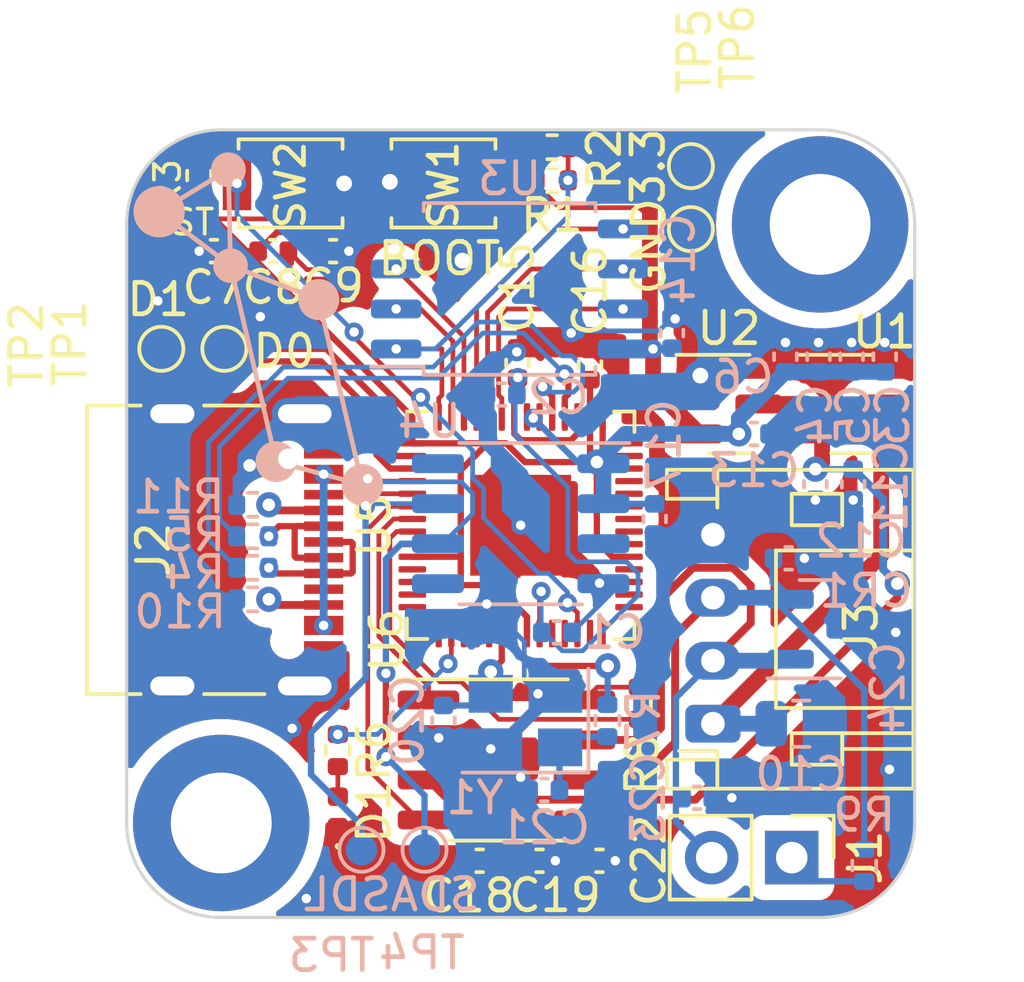
<source format=kicad_pcb>
(kicad_pcb (version 20221018) (generator pcbnew)
  (layers (0 "F.Cu" signal) (31 "B.Cu" signal) (34 "B.Paste" user) (35 "F.Paste" user) (36 "B.SilkS" user "B.Silkscreen") (37 "F.SilkS" user "F.Silkscreen") (38 "B.Mask" user) (39 "F.Mask" user) (44 "Edge.Cuts" user))
  (net 0 "")
  (net 1 "+3.3V")
  (net 2 "+1V1")
  (net 3 "+24V")
  (net 4 "+5V")
  (net 5 "Net-(D1-A)")
  (net 6 "VBUS")
  (net 7 "/USB_D+")
  (net 8 "/USB_D-")
  (net 9 "/LED")
  (net 10 "/RUN")
  (net 11 "/~{USB_BOOT}")
  (net 12 "/QSPI_SS")
  (net 13 "/CAN_S")
  (net 14 "/SCL")
  (net 15 "/SDA")
  (net 16 "/CAN_RX")
  (net 17 "/CAN_TX")
  (net 18 "/QSPI_SD3")
  (net 19 "/QSPI_SCK")
  (net 20 "/QSPI_SD0")
  (net 21 "/QSPI_SD2")
  (net 22 "/QSPI_SD1")
  (net 23 "GND")
  (net 24 "Net-(J2-CC1)")
  (net 26 "Net-(J2-CC2)")
  (net 28 "Net-(U5-XIN)")
  (net 29 "Net-(C21-Pad2)")
  (net 30 "Net-(U6-VREF)")
  (net 31 "/CAN_H")
  (net 32 "/CAN_L")
  (net 33 "Net-(J1-Pin_1)")
  (net 34 "Net-(U5-USB_DP)")
  (net 35 "Net-(U5-USB_DM)")
  (net 36 "Net-(U5-XOUT)")
  (net 37 "Net-(U6-S)")
  (net 38 "Net-(U5-GPIO0)")
  (net 39 "Net-(U5-GPIO1)")
  (footprint "TestPoint:TestPoint_Pad_D1.0mm" (layer "F.Cu") (at 37.9 23.15)
    (fp_text reference "TP6")
    (fp_text value "GND")
  )
  (footprint "Resistor_SMD:R_0402_1005Metric" (layer "F.Cu") (at 26.7 39.7 90)
    (fp_text reference "R6")
    (fp_text value "10k")
  )
  (footprint "Resistor_SMD:R_0402_1005Metric" (layer "F.Cu") (at 22.3 21.45 90)
    (fp_text reference "R3")
    (fp_text value "10k")
  )
  (footprint "Button_Switch_SMD:SW_SPST_B3U-1000P" (layer "F.Cu") (at 25.2 21.7 180)
    (fp_text reference "SW2")
    (fp_text value "RESET")
  )
  (footprint "Package_DFN_QFN:QFN-56-1EP_7x7mm_P0.4mm_EP3.2x3.2mm" (layer "F.Cu") (at 32.5 32.55)
    (fp_text reference "U5")
    (fp_text value "RP2040")
  )
  (footprint "Resistor_SMD:R_0402_1005Metric" (layer "F.Cu") (at 36.25 38.2 -90)
    (fp_text reference "R8")
    (fp_text value "NC")
  )
  (footprint "Package_SO:SOIC-8_3.9x4.9mm_P1.27mm" (layer "F.Cu") (at 32.05 40)
    (fp_text reference "U6")
    (fp_text value "SN65HVD1050D")
  )
  (footprint "Capacitor_SMD:C_0402_1005Metric" (layer "F.Cu") (at 32.4 27.4 -90)
    (fp_text reference "C15")
    (fp_text value "1u")
  )
  (footprint "Capacitor_SMD:C_0402_1005Metric" (layer "F.Cu") (at 31.2 43.2)
    (fp_text reference "C18")
    (fp_text value "1u")
  )
  (footprint "Package_TO_SOT_SMD:SOT-23" (layer "F.Cu") (at 43 28.7)
    (fp_text reference "U1")
    (fp_text value "SE8650X2-HF")
  )
  (footprint "Package_TO_SOT_SMD:SOT-23" (layer "F.Cu") (at 39.1125 28.7)
    (fp_text reference "U2")
    (fp_text value "XC6206P332MR")
  )
  (footprint "Connector_JST:JST_PH_S4B-PH-K_1x04_P2.00mm_Horizontal" (layer "F.Cu") (at 38.6 38.85 90)
    (fp_text reference "J3")
    (fp_text value "JST PH 01x04")
  )
  (footprint "Capacitor_SMD:C_0402_1005Metric" (layer "F.Cu") (at 22.77 23.85)
    (fp_text reference "C7")
    (fp_text value "100n")
  )
  (footprint "TestPoint:TestPoint_Pad_D1.0mm" (layer "F.Cu") (at 37.9 21.15)
    (fp_text reference "TP5")
    (fp_text value "3.3V")
  )
  (footprint "Button_Switch_SMD:SW_SPST_B3U-1000P" (layer "F.Cu") (at 30.05 21.7)
    (fp_text reference "SW1")
    (fp_text value "BOOT")
  )
  (footprint "Resistor_SMD:R_0402_1005Metric" (layer "F.Cu") (at 33.5 20.55)
    (fp_text reference "R2")
    (fp_text value "1K")
  )
  (footprint "MountingHole:MountingHole_3.2mm_M3_DIN965_Pad" (layer "F.Cu") (at 42 23)
    (fp_text reference "H2")
    (fp_text value "MountingHole")
  )
  (footprint "Capacitor_SMD:C_0402_1005Metric" (layer "F.Cu") (at 33.1 43.2 180)
    (fp_text reference "C19")
    (fp_text value "100n")
  )
  (footprint "Capacitor_SMD:C_0402_1005Metric" (layer "F.Cu") (at 26.55 23.85 180)
    (fp_text reference "C9")
    (fp_text value "100n")
  )
  (footprint "Connector_USB:USB_C_Receptacle_G-Switch_GT-USB-7010ASV" (layer "F.Cu") (at 22.525 33.33 -90)
    (fp_text reference "J2")
    (fp_text value "USB C Receptacle")
  )
  (footprint "MountingHole:MountingHole_3.2mm_M3_DIN965_Pad" (layer "F.Cu") (at 23 42)
    (fp_text reference "H1")
    (fp_text value "MountingHole")
  )
  (footprint "Capacitor_SMD:C_0402_1005Metric" (layer "F.Cu") (at 24.65 23.85 180)
    (fp_text reference "C8")
    (fp_text value "100n")
  )
  (footprint "LED_SMD:LED_0402_1005Metric" (layer "F.Cu") (at 26.7 41.65 90)
    (fp_text reference "D1")
    (fp_text value "LED")
  )
  (footprint "TestPoint:TestPoint_Pad_D1.0mm" (layer "F.Cu") (at 23.1 26.95)
    (fp_text reference "TP1")
    (fp_text value "D0")
  )
  (footprint "TestPoint:TestPoint_Pad_D1.0mm" (layer "F.Cu") (at 21.1 26.95)
    (fp_text reference "TP2")
    (fp_text value "D1")
  )
  (footprint "Capacitor_SMD:C_0402_1005Metric" (layer "F.Cu") (at 34.7 27.45 90)
    (fp_text reference "C16")
    (fp_text value "1u")
  )
  (footprint "Connector_PinHeader_2.54mm:PinHeader_1x02_P2.54mm_Vertical" (layer "F.Cu") (at 41.1 43.1 -90)
    (fp_text reference "J1")
    (fp_text value "120TR")
  )
  (footprint "Capacitor_SMD:C_0402_1005Metric" (layer "F.Cu") (at 35 43.2)
    (fp_text reference "C22")
    (fp_text value "100n")
  )
  (footprint "Resistor_SMD:R_0402_1005Metric" (layer "F.Cu") (at 33.5 21.6 180)
    (fp_text reference "R1")
    (fp_text value "10K")
  )
  (footprint "Capacitor_SMD:C_0402_1005Metric" (layer "B.Cu") (at 30.05 38.75 90)
    (fp_text reference "C20")
    (fp_text value "22p")
  )
  (footprint "Capacitor_SMD:C_0402_1005Metric" (layer "B.Cu") (at 33.25 40.95)
    (fp_text reference "C21")
    (fp_text value "22p")
  )
  (footprint "Capacitor_SMD:C_0402_1005Metric" (layer "B.Cu") (at 31.9 28.4)
    (fp_text reference "C2")
    (fp_text value "100n")
  )
  (footprint "Resistor_SMD:R_0402_1005Metric" (layer "B.Cu") (at 24 34.9 180)
    (fp_text reference "R10")
    (fp_text value "5.1k")
  )
  (footprint "Resistor_SMD:R_0402_1005Metric" (layer "B.Cu") (at 24 32.9)
    (fp_text reference "R5")
    (fp_text value "27.4")
  )
  (footprint "Capacitor_SMD:C_0402_1005Metric" (layer "B.Cu") (at 41 33.6)
    (fp_text reference "C24")
    (fp_text value "47p")
  )
  (footprint "Capacitor_SMD:C_0805_2012Metric" (layer "B.Cu") (at 41.4 38.85 180)
    (fp_text reference "C10")
    (fp_text value "1u/100V")
  )
  (footprint "Resistor_SMD:R_0402_1005Metric" (layer "B.Cu") (at 35.25 38.75 90)
    (fp_text reference "R7")
    (fp_text value "1k")
  )
  (footprint "Capacitor_SMD:C_0402_1005Metric" (layer "B.Cu") (at 44.05 27.2 -90)
    (fp_text reference "C3")
    (fp_text value "100n")
  )
  (footprint "Resistor_SMD:R_0402_1005Metric" (layer "B.Cu") (at 43.4 43.35 90)
    (fp_text reference "R9")
    (fp_text value "120")
  )
  (footprint "Package_SO:SOIC-8_5.23x5.23mm_P1.27mm" (layer "B.Cu") (at 32.15 25.05)
    (fp_text reference "U3")
    (fp_text value "W25Q128JVS")
  )
  (footprint "Package_SO:SOP-8_3.9x4.9mm_P1.27mm" (layer "B.Cu") (at 32.5 32.5 180)
    (fp_text reference "U4")
    (fp_text value "MT6701-CT")
  )
  (footprint "TestPoint:TestPoint_Pad_D1.0mm" (layer "B.Cu") (at 29.45 42.85)
    (fp_text reference "TP4")
    (fp_text value "SDA")
  )
  (footprint "Capacitor_SMD:C_0402_1005Metric" (layer "B.Cu") (at 38.1 41.2)
    (fp_text reference "C23")
    (fp_text value "47p")
  )
  (footprint "Capacitor_SMD:C_0402_1005Metric" (layer "B.Cu") (at 41.95 27.2 -90)
    (fp_text reference "C4")
    (fp_text value "100n")
  )
  (footprint "Capacitor_SMD:C_0402_1005Metric" (layer "B.Cu") (at 33.65 35.95 180)
    (fp_text reference "C1")
    (fp_text value "100n")
  )
  (footprint "Resistor_SMD:R_0402_1005Metric" (layer "B.Cu") (at 24 31.9 180)
    (fp_text reference "R11")
    (fp_text value "5.1k")
  )
  (footprint "TestPoint:TestPoint_Pad_D1.0mm" (layer "B.Cu") (at 27.45 42.85)
    (fp_text reference "TP3")
    (fp_text value "SCL")
  )
  (footprint "Crystal:Crystal_SMD_3225-4Pin_3.2x2.5mm" (layer "B.Cu") (at 32.65 38.75 180)
    (fp_text reference "Y1")
    (fp_text value "12MHz/12pF/50Ω/20ppm")
  )
  (footprint "Capacitor_SMD:C_0402_1005Metric" (layer "B.Cu") (at 37.3 26.45 90)
    (fp_text reference "C14")
    (fp_text value "100n")
  )
  (footprint "Package_TO_SOT_SMD:SOT-23" (layer "B.Cu") (at 42 35.85)
    (fp_text reference "CR1")
    (fp_text value "PESD1CAN_215")
  )
  (footprint "Capacitor_SMD:C_0402_1005Metric" (layer "B.Cu") (at 43 27.2 -90)
    (fp_text reference "C5")
    (fp_text value "100n")
  )
  (footprint "Capacitor_SMD:C_0402_1005Metric" (layer "B.Cu") (at 39.9 29.65)
    (fp_text reference "C13")
    (fp_text value "1u")
  )
  (footprint "Capacitor_SMD:C_0402_1005Metric" (layer "B.Cu") (at 41.85 31.25 -90)
    (fp_text reference "C12")
    (fp_text value "1u")
  )
  (footprint "Capacitor_SMD:C_0402_1005Metric" (layer "B.Cu") (at 43.05 31.25 -90)
    (fp_text reference "C11")
    (fp_text value "1u")
  )
  (footprint "Capacitor_SMD:C_0402_1005Metric" (layer "B.Cu") (at 40.9 27.2 -90)
    (fp_text reference "C6")
    (fp_text value "100n")
  )
  (footprint "Resistor_SMD:R_0402_1005Metric" (layer "B.Cu") (at 24 33.9 180)
    (fp_text reference "R4")
    (fp_text value "27.4")
  )
  (footprint "Capacitor_SMD:C_0402_1005Metric" (layer "B.Cu") (at 36.75 32.35 -90)
    (fp_text reference "C17")
    (fp_text value "100n")
  )
  (gr_line (start 23.295218 24.309472) (end 23.228181 21.265587) (stroke (width 0.15)) (layer "B.SilkS"))
  (gr_circle (center 27.47538 31.265587) (end 26.89104 31.265587) (stroke (width 0.15)) (fill solid) (layer "B.SilkS"))
  (gr_circle (center 21.03 22.6) (end 20.291489 22.6) (stroke (width 0.15)) (fill solid) (layer "B.SilkS"))
  (gr_line (start 26.093049 25.386468) (end 23.295218 24.309472) (stroke (width 0.15)) (layer "B.SilkS"))
  (gr_circle (center 23.228181 21.265587) (end 22.751469 21.265587) (stroke (width 0.15)) (fill solid) (layer "B.SilkS"))
  (gr_line (start 21.03 22.6) (end 23.295218 24.309472) (stroke (width 0.15)) (layer "B.SilkS"))
  (gr_line (start 24.740241 30.530827) (end 27.47538 31.265587) (stroke (width 0.15)) (layer "B.SilkS"))
  (gr_line (start 26.093049 25.386468) (end 27.47538 31.265587) (stroke (width 0.15)) (layer "B.SilkS"))
  (gr_circle (center 26.093049 25.386468) (end 25.516219 25.386468) (stroke (width 0.15)) (fill solid) (layer "B.SilkS"))
  (gr_circle (center 23.295218 24.309472) (end 22.82191 24.309472) (stroke (width 0.15)) (fill solid) (layer "B.SilkS"))
  (gr_line (start 24.740241 30.530827) (end 23.295218 24.309472) (stroke (width 0.15)) (layer "B.SilkS"))
  (gr_line (start 23.228181 21.265587) (end 21.03 22.6) (stroke (width 0.15)) (layer "B.SilkS"))
  (gr_circle (center 24.740241 30.530827) (end 24.166937 30.530827) (stroke (width 0.15)) (fill solid) (layer "B.SilkS"))
  (gr_line (start 45 42) (end 45 23) (stroke (width 0.1)) (layer "Edge.Cuts"))
  (gr_arc (start 42 20) (mid 44.12132 20.87868) (end 45 23) (stroke (width 0.1)) (layer "Edge.Cuts"))
  (gr_line (start 42 20) (end 23 20) (stroke (width 0.1)) (layer "Edge.Cuts"))
  (gr_line (start 23 45) (end 42 45) (stroke (width 0.1)) (layer "Edge.Cuts"))
  (gr_arc (start 20 23) (mid 20.87868 20.87868) (end 23 20) (stroke (width 0.1)) (layer "Edge.Cuts"))
  (gr_line (start 20 23) (end 20 42) (stroke (width 0.1)) (layer "Edge.Cuts"))
  (gr_arc (start 45 42) (mid 44.12132 44.12132) (end 42 45) (stroke (width 0.1)) (layer "Edge.Cuts"))
  (gr_arc (start 23 45) (mid 20.87868 44.12132) (end 20 42) (stroke (width 0.1)) (layer "Edge.Cuts"))
  (gr_text "SDASDL" (at 28.41 44.86) (layer "B.SilkS") (effects (font (size 1 1)) (justify bottom mirror)))
  (gr_text "GND" (at 37.16 25.32 90) (layer "F.SilkS") (effects (font (size 1 1)) (justify left bottom)))
  (gr_text "D1\n" (at 21 25.97) (layer "F.SilkS") (effects (font (size 1 1)) (justify bottom)))
  (gr_text "D0" (at 25 27.61) (layer "F.SilkS") (effects (font (size 1 1)) (justify bottom)))
  (gr_text "3.3\n" (at 37.13 22.44 90) (layer "F.SilkS") (effects (font (size 1 1)) (justify left bottom)))
  (gr_text "BOOT\n" (at 29.92 24.67) (layer "F.SilkS") (effects (font (size 1 1)) (justify bottom)))
  (gr_text "RST" (at 20.53 23.4) (layer "F.SilkS") (effects (font (size 0.8 0.8) (thickness 0.12)) (justify left bottom)))
  (segment (start 32.99 21.727315) (end 33.732685 22.47) (width 0.15) (layer "F.Cu") (net 1))
  (segment (start 32.7 29.1125) (end 32.8625 29.1125) (width 0.2) (layer "F.Cu") (net 1))
  (segment (start 36.7 28.175) (end 38.175 29.65) (width 0.5) (layer "F.Cu") (net 1))
  (segment (start 30.6 30.8) (end 31.45 29.95) (width 0.2) (layer "F.Cu") (net 1))
  (segment (start 23.25 23.85) (end 23.8 23.85) (width 0.2) (layer "F.Cu") (net 1))
  (segment (start 36.7 26.955) (end 36.7 28.175) (width 0.5) (layer "F.Cu") (net 1))
  (segment (start 36.6 26.855) (end 36.7 26.955) (width 0.5) (layer "F.Cu") (net 1))
  (segment (start 29.0625 33.55) (end 30.6 33.55) (width 0.2) (layer "F.Cu") (net 1))
  (segment (start 34.7 30.327967) (end 34.916849 30.544816) (width 0.2) (layer "F.Cu") (net 1))
  (segment (start 32.8625 29.1125) (end 32.9 29.15) (width 0.2) (layer "F.Cu") (net 1))
  (segment (start 25.46 23.24) (end 24.78 23.24) (width 0.2) (layer "F.Cu") (net 1))
  (segment (start 32.039339 29.95) (end 32.634155 30.544816) (width 0.2) (layer "F.Cu") (net 1))
  (segment (start 22.3 21.96) (end 22.3 22.35) (width 0.2) (layer "F.Cu") (net 1))
  (segment (start 32.99 22.31) (end 32.99 21.6) (width 0.15) (layer "F.Cu") (net 1))
  (segment (start 23.85 23.9) (end 22.3 22.35) (width 0.2) (layer "F.Cu") (net 1))
  (segment (start 29.0625 29.1125) (end 23.85 23.9) (width 0.2) (layer "F.Cu") (net 1))
  (segment (start 24.78 23.24) (end 24.17 23.85) (width 0.2) (layer "F.Cu") (net 1))
  (segment (start 32.9 29.15) (end 32.9375 29.1125) (width 0.2) (layer "F.Cu") (net 1))
  (segment (start 38.175 29.65) (end 39.42 29.65) (width 0.5) (layer "F.Cu") (net 1))
  (segment (start 35.405025 33.55) (end 34.916849 33.061824) (width 0.2) (layer "F.Cu") (net 1))
  (segment (start 35.1 29.1125) (end 35.1 30.361665) (width 0.2) (layer "F.Cu") (net 1))
  (segment (start 24.17 23.85) (end 23.9 23.85) (width 0.2) (layer "F.Cu") (net 1))
  (segment (start 30.6 34.45) (end 30.6 33.55) (width 0.2) (layer "F.Cu") (net 1))
  (segment (start 33.732685 22.47) (end 36.277082 22.47) (width 0.15) (layer "F.Cu") (net 1))
  (segment (start 32.475 22.825) (end 32.99 22.31) (width 0.15) (layer "F.Cu") (net 1))
  (segment (start 36.6 22.45) (end 36.6 26.105) (width 0.5) (layer "F.Cu") (net 1))
  (segment (start 22.3 22.35) (end 22.775 22.825) (width 0.15) (layer "F.Cu") (net 1))
  (segment (start 29.0625 29.95) (end 29.0625 29.1125) (width 0.2) (layer "F.Cu") (net 1))
  (segment (start 35.405025 29.95) (end 34.916849 30.438176) (width 0.2) (layer "F.Cu") (net 1))
  (segment (start 36.6 26.105) (end 36.6 26.855) (width 0.5) (layer "F.Cu") (net 1))
  (segment (start 35.1 30.361665) (end 34.916849 30.544816) (width 0.2) (layer "F.Cu") (net 1))
  (segment (start 31.45 29.95) (end 32.039339 29.95) (width 0.2) (layer "F.Cu") (net 1))
  (segment (start 36.6 22.792918) (end 36.6 26.105) (width 0.15) (layer "F.Cu") (net 1))
  (segment (start 30.6 33.55) (end 30.6 30.8) (width 0.2) (layer "F.Cu") (net 1))
  (segment (start 32.9375 29.1125) (end 33.1 29.1125) (width 0.2) (layer "F.Cu") (net 1))
  (segment (start 32.7 35.9875) (end 32.7 35.455025) (width 0.2) (layer "F.Cu") (net 1))
  (segment (start 26.07 23.85) (end 25.46 23.24) (width 0.2) (layer "F.Cu") (net 1))
  (segment (start 36.277082 22.47) (end 36.6 22.792918) (width 0.15) (layer "F.Cu") (net 1))
  (segment (start 31.694975 34.45) (end 30.6 34.45) (width 0.2) (layer "F.Cu") (net 1))
  (segment (start 34.7 29.1125) (end 34.7 27.93) (width 0.2) (layer "F.Cu") (net 1))
  (segment (start 35.9375 29.95) (end 35.405025 29.95) (width 0.2) (layer "F.Cu") (net 1))
  (segment (start 32.7 35.455025) (end 31.694975 34.45) (width 0.2) (layer "F.Cu") (net 1))
  (segment (start 23.8 23.85) (end 23.85 23.9) (width 0.2) (layer "F.Cu") (net 1))
  (segment (start 37.9 21.15) (end 36.6 22.45) (width 0.5) (layer "F.Cu") (net 1))
  (segment (start 29.0625 29.95) (end 32.039339 29.95) (width 0.2) (layer "F.Cu") (net 1))
  (segment (start 22.775 22.825) (end 32.475 22.825) (width 0.15) (layer "F.Cu") (net 1))
  (segment (start 34.916849 30.438176) (end 34.916849 30.544816) (width 0.2) (layer "F.Cu") (net 1))
  (segment (start 34.7 29.1125) (end 34.7 30.327967) (width 0.2) (layer "F.Cu") (net 1))
  (segment (start 23.9 23.85) (end 23.85 23.9) (width 0.2) (layer "F.Cu") (net 1))
  (segment (start 35.9375 33.55) (end 35.405025 33.55) (width 0.2) (layer "F.Cu") (net 1))
  (segment (start 32.99 21.6) (end 32.99 21.727315) (width 0.15) (layer "F.Cu") (net 1))
  (segment (start 34.916849 33.061824) (end 34.916849 30.544816) (width 0.2) (layer "F.Cu") (net 1))
  (segment (start 32.634155 30.544816) (end 34.916849 30.544816) (width 0.2) (layer "F.Cu") (net 1))
  (via (at 36.7 26.955) (size 0.6) (drill 0.3) (layers "F.Cu" "B.Cu") (net 1))
  (via (at 32.9 29.15) (size 0.6) (drill 0.3) (layers "F.Cu" "B.Cu") (net 1))
  (via (at 39.42 29.65) (size 0.8) (drill 0.4) (layers "F.Cu" "B.Cu") (net 1))
  (via (at 34.916849 30.544816) (size 0.8) (drill 0.4) (layers "F.Cu" "B.Cu") (net 1))
  (segment (start 39.42 29.65) (end 35.811665 29.65) (width 0.5) (layer "B.Cu") (net 1))
  (segment (start 35.13 31.87) (end 35.125 31.865) (width 0.2) (layer "B.Cu") (net 1))
  (segment (start 44.05 27.68) (end 40.9 27.68) (width 0.5) (layer "B.Cu") (net 1))
  (segment (start 37.275 26.955) (end 37.3 26.93) (width 0.2) (layer "B.Cu") (net 1))
  (segment (start 34.294816 30.544816) (end 34.916849 30.544816) (width 0.2) (layer "B.Cu") (net 1))
  (segment (start 39.42 29.16) (end 39.42 29.65) (width 0.5) (layer "B.Cu") (net 1))
  (segment (start 35.125 31.865) (end 35.125 30.752967) (width 0.5) (layer "B.Cu") (net 1))
  (segment (start 32.9 29.15) (end 34.294816 30.544816) (width 0.2) (layer "B.Cu") (net 1))
  (segment (start 35.125 30.752967) (end 34.916849 30.544816) (width 0.5) (layer "B.Cu") (net 1))
  (segment (start 36.7 26.955) (end 35.75 26.955) (width 0.2) (layer "B.Cu") (net 1))
  (segment (start 36.75 31.87) (end 35.13 31.87) (width 0.2) (layer "B.Cu") (net 1))
  (segment (start 36.7 26.955) (end 37.275 26.955) (width 0.2) (layer "B.Cu") (net 1))
  (segment (start 35.811665 29.65) (end 34.916849 30.544816) (width 0.5) (layer "B.Cu") (net 1))
  (segment (start 40.9 27.68) (end 39.42 29.16) (width 0.5) (layer "B.Cu") (net 1))
  (segment (start 32.3 29.1125) (end 32.3 27.98) (width 0.2) (layer "F.Cu") (net 2))
  (segment (start 32.3 29.644975) (end 32.3 29.1125) (width 0.2) (layer "F.Cu") (net 2))
  (segment (start 34.094975 29.85) (end 32.505025 29.85) (width 0.2) (layer "F.Cu") (net 2))
  (segment (start 32.3 27.98) (end 32.4 27.88) (width 0.2) (layer "F.Cu") (net 2))
  (segment (start 32.505025 29.85) (end 32.3 29.644975) (width 0.2) (layer "F.Cu") (net 2))
  (segment (start 34.3 29.1125) (end 34.3 29.644975) (width 0.2) (layer "F.Cu") (net 2))
  (segment (start 33.1 34.699502) (end 33.1 35.9875) (width 0.15) (layer "F.Cu") (net 2))
  (segment (start 33.15 34.649502) (end 33.1 34.699502) (width 0.15) (layer "F.Cu") (net 2))
  (segment (start 34.3 29.644975) (end 34.094975 29.85) (width 0.2) (layer "F.Cu") (net 2))
  (via (at 33.15 34.649502) (size 0.6) (drill 0.3) (layers "F.Cu" "B.Cu") (net 2))
  (via (at 32.41 27.86) (size 0.6) (drill 0.3) (layers "F.Cu" "B.Cu") (net 2))
  (segment (start 34 33.436041) (end 34 31.35) (width 0.15) (layer "B.Cu") (net 2))
  (segment (start 32.41 27.86) (end 32.42 27.86) (width 0.15) (layer "B.Cu") (net 2))
  (segment (start 33.15 35.866899) (end 33.818895 36.535794) (width 0.15) (layer "B.Cu") (net 2))
  (segment (start 32.41 27.87) (end 32.41 27.86) (width 0.15) (layer "B.Cu") (net 2))
  (segment (start 33.15 35.93) (end 33.17 35.95) (width 0.15) (layer "B.Cu") (net 2))
  (segment (start 36.225 34.775) (end 36.225 34.078959) (width 0.15) (layer "B.Cu") (net 2))
  (segment (start 35.856041 33.71) (end 34.273959 33.71) (width 0.15) (layer "B.Cu") (net 2))
  (segment (start 34.464206 36.535794) (end 36.225 34.775) (width 0.15) (layer "B.Cu") (net 2))
  (segment (start 33.15 34.649502) (end 33.15 35.93) (width 0.15) (layer "B.Cu") (net 2))
  (segment (start 34 31.35) (end 32.325 29.675) (width 0.15) (layer "B.Cu") (net 2))
  (segment (start 33.818895 36.535794) (end 34.464206 36.535794) (width 0.15) (layer "B.Cu") (net 2))
  (segment (start 33.15 34.649502) (end 33.15 35.866899) (width 0.15) (layer "B.Cu") (net 2))
  (segment (start 36.225 34.078959) (end 35.856041 33.71) (width 0.15) (layer "B.Cu") (net 2))
  (segment (start 32.325 29.675) (end 32.325 27.955) (width 0.15) (layer "B.Cu") (net 2))
  (segment (start 34.273959 33.71) (end 34 33.436041) (width 0.15) (layer "B.Cu") (net 2))
  (segment (start 32.42 27.86) (end 32.4 27.88) (width 0.15) (layer "B.Cu") (net 2))
  (segment (start 32.325 27.955) (end 32.41 27.87) (width 0.15) (layer "B.Cu") (net 2))
  (segment (start 33.15 34.649502) (end 33.17 34.669502) (width 0.15) (layer "B.Cu") (net 2))
  (segment (start 38.6 38.85) (end 43.9375 33.5125) (width 0.5) (layer "F.Cu") (net 3))
  (segment (start 43.9375 33.5125) (end 43.9375 28.7) (width 0.5) (layer "F.Cu") (net 3))
  (segment (start 40.45 38.85) (end 38.6 38.85) (width 0.5) (layer "B.Cu") (net 3))
  (segment (start 31.68 43.2) (end 32.15 43.2) (width 0.25) (layer "F.Cu") (net 4))
  (segment (start 41.15 28.7) (end 40.05 28.7) (width 0.5) (layer "F.Cu") (net 4))
  (segment (start 32.15 43.2) (end 32.62 43.2) (width 0.25) (layer "F.Cu") (net 4))
  (segment (start 30.2 41.26) (end 32.15 41.26) (width 0.25) (layer "F.Cu") (net 4))
  (segment (start 42.0625 29.65) (end 42.0625 29.6125) (width 0.5) (layer "F.Cu") (net 4))
  (segment (start 38.04 41.26) (end 32.15 41.26) (width 0.25) (layer "F.Cu") (net 4))
  (segment (start 29.575 40.635) (end 30.2 41.26) (width 0.25) (layer "F.Cu") (net 4))
  (segment (start 44.45 34.85) (end 38.04 41.26) (width 0.25) (layer "F.Cu") (net 4))
  (segment (start 44.45 34.4) (end 44.45 34.85) (width 0.25) (layer "F.Cu") (net 4))
  (segment (start 42.0625 30.5575) (end 41.85 30.77) (width 0.5) (layer "F.Cu") (net 4))
  (segment (start 32.15 43.2) (end 32.15 41.26) (width 0.25) (layer "F.Cu") (net 4))
  (segment (start 42.0625 29.65) (end 42.0625 30.5575) (width 0.5) (layer "F.Cu") (net 4))
  (segment (start 42.0625 29.6125) (end 41.15 28.7) (width 0.5) (layer "F.Cu") (net 4))
  (via (at 41.85 30.77) (size 0.8) (drill 0.4) (layers "F.Cu" "B.Cu") (net 4))
  (via (at 44.45 34.4) (size 0.8) (drill 0.4) (layers "F.Cu" "B.Cu") (net 4))
  (segment (start 43.05 30.77) (end 41.85 30.77) (width 0.2) (layer "B.Cu") (net 4))
  (segment (start 44 33.95) (end 44 31.712391) (width 0.25) (layer "B.Cu") (net 4))
  (segment (start 44 31.712391) (end 43.057609 30.77) (width 0.25) (layer "B.Cu") (net 4))
  (segment (start 43.057609 30.77) (end 43.05 30.77) (width 0.25) (layer "B.Cu") (net 4))
  (segment (start 44.45 34.4) (end 44 33.95) (width 0.25) (layer "B.Cu") (net 4))
  (segment (start 26.7 40.21) (end 26.7 41.165) (width 0.15) (layer "F.Cu") (net 5))
  (via (at 26.25 30.93) (size 0.6) (drill 0.3) (layers "F.Cu" "B.Cu") (net 6))
  (via (at 26.25 35.73) (size 0.6) (drill 0.3) (layers "F.Cu" "B.Cu") (net 6))
  (segment (start 26.25 35.73) (end 26.25 30.93) (width 0.25) (layer "B.Cu") (net 6))
  (segment (start 24.69 34.08) (end 24.51 33.9) (width 0.2) (layer "F.Cu") (net 7))
  (segment (start 27.12 33.08) (end 27.17 33.13) (width 0.2) (layer "F.Cu") (net 7))
  (segment (start 26.25 34.08) (end 24.69 34.08) (width 0.2) (layer "F.Cu") (net 7))
  (segment (start 27.17 33.13) (end 27.17 34.03) (width 0.2) (layer "F.Cu") (net 7))
  (segment (start 27.17 34.03) (end 27.12 34.08) (width 0.2) (layer "F.Cu") (net 7))
  (segment (start 26.25 33.08) (end 27.12 33.08) (width 0.2) (layer "F.Cu") (net 7))
  (segment (start 27.12 34.08) (end 26.25 34.08) (width 0.2) (layer "F.Cu") (net 7))
  (via (at 24.51 33.9) (size 0.6) (drill 0.3) (layers "F.Cu" "B.Cu") (net 7))
  (segment (start 26.25 32.58) (end 24.83 32.58) (width 0.2) (layer "F.Cu") (net 8))
  (segment (start 25.33 32.63) (end 25.33 33.53) (width 0.2) (layer "F.Cu") (net 8))
  (segment (start 25.33 33.53) (end 25.38 33.58) (width 0.2) (layer "F.Cu") (net 8))
  (segment (start 25.38 32.58) (end 25.33 32.63) (width 0.2) (layer "F.Cu") (net 8))
  (segment (start 24.83 32.58) (end 24.51 32.9) (width 0.2) (layer "F.Cu") (net 8))
  (segment (start 25.38 33.58) (end 26.25 33.58) (width 0.2) (layer "F.Cu") (net 8))
  (segment (start 26.25 32.58) (end 25.38 32.58) (width 0.2) (layer "F.Cu") (net 8))
  (via (at 24.51 32.9) (size 0.6) (drill 0.3) (layers "F.Cu" "B.Cu") (net 8))
  (segment (start 30.3 36.8455) (end 30.2 36.9455) (width 0.15) (layer "F.Cu") (net 9))
  (segment (start 30.3 35.9875) (end 30.3 36.8455) (width 0.15) (layer "F.Cu") (net 9))
  (via (at 30.2 36.9455) (size 0.6) (drill 0.3) (layers "F.Cu" "B.Cu") (net 9))
  (via (at 26.7 39.19) (size 0.6) (drill 0.3) (layers "F.Cu" "B.Cu") (net 9))
  (segment (start 27.9555 39.19) (end 26.7 39.19) (width 0.15) (layer "B.Cu") (net 9))
  (segment (start 30.2 36.9455) (end 27.9555 39.19) (width 0.15) (layer "B.Cu") (net 9))
  (segment (start 22.3 20.94) (end 22.74 20.94) (width 0.2) (layer "F.Cu") (net 10))
  (segment (start 33.986891 35.010391) (end 34.3 35.3235) (width 0.15) (layer "F.Cu") (net 10))
  (segment (start 34.3 35.3235) (end 34.3 35.9875) (width 0.15) (layer "F.Cu") (net 10))
  (segment (start 29.129461 28.489056) (end 29.326355 28.489056) (width 0.15) (layer "F.Cu") (net 10))
  (segment (start 27.213911 26.416089) (end 27.213911 26.573506) (width 0.15) (layer "F.Cu") (net 10))
  (segment (start 22.74 20.94) (end 23.5 21.7) (width 0.2) (layer "F.Cu") (net 10))
  (segment (start 27.213911 26.573506) (end 29.129461 28.489056) (width 0.15) (layer "F.Cu") (net 10))
  (via (at 33.986891 35.010391) (size 0.6) (drill 0.3) (layers "F.Cu" "B.Cu") (net 10))
  (via (at 29.326355 28.489056) (size 0.6) (drill 0.3) (layers "F.Cu" "B.Cu") (net 10))
  (via (at 27.213911 26.416089) (size 0.6) (drill 0.3) (layers "F.Cu" "B.Cu") (net 10))
  (via (at 23.5 21.7) (size 0.6) (drill 0.3) (layers "F.Cu" "B.Cu") (net 10))
  (segment (start 33.388173 34.074502) (end 33.986891 34.67322) (width 0.15) (layer "B.Cu") (net 10))
  (segment (start 30.975 30.177177) (end 30.975 31.043985) (width 0.15) (layer "B.Cu") (net 10))
  (segment (start 33.986891 34.67322) (end 33.986891 35.010391) (width 0.15) (layer "B.Cu") (net 10))
  (segment (start 29.326355 28.489056) (end 29.326355 28.528532) (width 0.15) (layer "B.Cu") (net 10))
  (segment (start 29.326355 28.528532) (end 30.975 30.177177) (width 0.15) (layer "B.Cu") (net 10))
  (segment (start 30.975 31.043985) (end 31.325 31.393985) (width 0.15) (layer "B.Cu") (net 10))
  (segment (start 31.325 31.393985) (end 31.325 32.325) (width 0.15) (layer "B.Cu") (net 10))
  (segment (start 33.074502 34.074502) (end 33.388173 34.074502) (width 0.15) (layer "B.Cu") (net 10))
  (segment (start 27.213911 26.416089) (end 23.5 22.702178) (width 0.15) (layer "B.Cu") (net 10))
  (segment (start 23.5 22.702178) (end 23.5 21.7) (width 0.15) (layer "B.Cu") (net 10))
  (segment (start 31.325 32.325) (end 33.074502 34.074502) (width 0.15) (layer "B.Cu") (net 10))
  (segment (start 32.55 20.55) (end 32.99 20.55) (width 0.15) (layer "F.Cu") (net 11))
  (segment (start 31.75 21.7) (end 31.75 21.35) (width 0.15) (layer "F.Cu") (net 11))
  (segment (start 31.75 21.35) (end 32.55 20.55) (width 0.15) (layer "F.Cu") (net 11))
  (segment (start 34 21.6) (end 34.01 21.6) (width 0.15) (layer "F.Cu") (net 12))
  (segment (start 30 26.955) (end 28.55 26.955) (width 0.15) (layer "F.Cu") (net 12))
  (segment (start 34.01 20.55) (end 34 21.6) (width 0.15) (layer "F.Cu") (net 12))
  (segment (start 29.9 28.520407) (end 30 28.420407) (width 0.15) (layer "F.Cu") (net 12))
  (segment (start 30 28.420407) (end 30 26.955) (width 0.15) (layer "F.Cu") (net 12))
  (segment (start 29.9 29.1125) (end 29.9 28.520407) (width 0.15) (layer "F.Cu") (net 12))
  (via (at 34 21.6) (size 0.6) (drill 0.3) (layers "F.Cu" "B.Cu") (net 12))
  (via (at 28.55 26.955) (size 0.6) (drill 0.3) (layers "F.Cu" "B.Cu") (net 12))
  (segment (start 29.795 26.955) (end 28.55 26.955) (width 0.15) (layer "B.Cu") (net 12))
  (segment (start 34 22.75) (end 29.795 26.955) (width 0.15) (layer "B.Cu") (net 12))
  (segment (start 34 21.6) (end 34 22.75) (width 0.15) (layer "B.Cu") (net 12))
  (segment (start 28.35 32.965381) (end 28.35 35.93) (width 0.15) (layer "F.Cu") (net 13))
  (segment (start 31.81 38.71) (end 36.25 38.71) (width 0.15) (layer "F.Cu") (net 13))
  (segment (start 29.94 37.52) (end 30.62 37.52) (width 0.15) (layer "F.Cu") (net 13))
  (segment (start 30.62 37.52) (end 31.81 38.71) (width 0.15) (layer "F.Cu") (net 13))
  (segment (start 28.565381 32.75) (end 28.35 32.965381) (width 0.15) (layer "F.Cu") (net 13))
  (segment (start 29.0625 32.75) (end 28.565381 32.75) (width 0.15) (layer "F.Cu") (net 13))
  (segment (start 28.35 35.93) (end 29.94 37.52) (width 0.15) (layer "F.Cu") (net 13))
  (segment (start 27.962967 31.55) (end 29.0625 31.55) (width 0.15) (layer "F.Cu") (net 14))
  (segment (start 27.579657 31.93331) (end 27.962967 31.55) (width 0.15) (layer "F.Cu") (net 14))
  (via (at 27.579657 31.93331) (size 0.6) (drill 0.3) (layers "F.Cu" "B.Cu") (net 14))
  (segment (start 25.85 39.131371) (end 27.579657 37.401714) (width 0.2) (layer "B.Cu") (net 14))
  (segment (start 27.647967 31.865) (end 29.875 31.865) (width 0.15) (layer "B.Cu") (net 14))
  (segment (start 27.579657 31.93331) (end 27.647967 31.865) (width 0.15) (layer "B.Cu") (net 14))
  (segment (start 27.45 42.85) (end 27.45 42.065937) (width 0.2) (layer "B.Cu") (net 14))
  (segment (start 27.45 42.065937) (end 25.85 40.465937) (width 0.2) (layer "B.Cu") (net 14))
  (segment (start 25.85 40.465937) (end 25.85 39.131371) (width 0.2) (layer "B.Cu") (net 14))
  (segment (start 27.579657 37.401714) (end 27.579657 31.93331) (width 0.2) (layer "B.Cu") (net 14))
  (segment (start 28.2245 37.25) (end 28.2245 39.9) (width 0.2) (layer "F.Cu") (net 15))
  (segment (start 27.647372 31.069947) (end 27.727425 31.15) (width 0.15) (layer "F.Cu") (net 15))
  (segment (start 27.727425 31.15) (end 29.0625 31.15) (width 0.15) (layer "F.Cu") (net 15))
  (via (at 28.2245 39.9) (size 0.6) (drill 0.3) (layers "F.Cu" "B.Cu") (net 15))
  (via (at 27.647372 31.069947) (size 0.6) (drill 0.3) (layers "F.Cu" "B.Cu") (net 15))
  (via (at 28.2245 37.25) (size 0.6) (drill 0.3) (layers "F.Cu" "B.Cu") (net 15))
  (segment (start 29.875 33.135) (end 30.031041 33.135) (width 0.15) (layer "B.Cu") (net 15))
  (segment (start 30.975 31.538959) (end 30.606041 31.17) (width 0.15) (layer "B.Cu") (net 15))
  (segment (start 30.031041 33.135) (end 30.975 32.191041) (width 0.15) (layer "B.Cu") (net 15))
  (segment (start 28.2245 37.25) (end 28.2245 33.6255) (width 0.2) (layer "B.Cu") (net 15))
  (segment (start 30.606041 31.17) (end 27.747425 31.17) (width 0.15) (layer "B.Cu") (net 15))
  (segment (start 30.975 32.191041) (end 30.975 31.538959) (width 0.15) (layer "B.Cu") (net 15))
  (segment (start 29.45 42.85) (end 29.45 41.1255) (width 0.2) (layer "B.Cu") (net 15))
  (segment (start 28.715 33.135) (end 29.875 33.135) (width 0.2) (layer "B.Cu") (net 15))
  (segment (start 28.2245 33.6255) (end 28.715 33.135) (width 0.2) (layer "B.Cu") (net 15))
  (segment (start 29.45 41.1255) (end 28.2245 39.9) (width 0.2) (layer "B.Cu") (net 15))
  (segment (start 27.747425 31.17) (end 27.647372 31.069947) (width 0.15) (layer "B.Cu") (net 15))
  (segment (start 27.65 40.286041) (end 29.268959 41.905) (width 0.15) (layer "F.Cu") (net 16))
  (segment (start 29.268959 41.905) (end 29.575 41.905) (width 0.15) (layer "F.Cu") (net 16))
  (segment (start 28.375433 31.95) (end 27.65 32.675433) (width 0.15) (layer "F.Cu") (net 16))
  (segment (start 29.0625 31.95) (end 28.375433 31.95) (width 0.15) (layer "F.Cu") (net 16))
  (segment (start 27.65 32.675433) (end 27.65 40.286041) (width 0.15) (layer "F.Cu") (net 16))
  (segment (start 28 36.074974) (end 29.575 37.649974) (width 0.15) (layer "F.Cu") (net 17))
  (segment (start 28.470407 32.35) (end 28 32.820407) (width 0.15) (layer "F.Cu") (net 17))
  (segment (start 29.0625 32.35) (end 28.470407 32.35) (width 0.15) (layer "F.Cu") (net 17))
  (segment (start 29.575 37.649974) (end 29.575 38.095) (width 0.15) (layer "F.Cu") (net 17))
  (segment (start 28 32.820407) (end 28 36.074974) (width 0.15) (layer "F.Cu") (net 17))
  (segment (start 31.9 28.520407) (end 31.8 28.420407) (width 0.15) (layer "F.Cu") (net 18))
  (segment (start 31.9 29.1125) (end 31.9 28.520407) (width 0.15) (layer "F.Cu") (net 18))
  (segment (start 31.8 25.939948) (end 32.054948 25.685) (width 0.15) (layer "F.Cu") (net 18))
  (segment (start 32.054948 25.685) (end 35.75 25.685) (width 0.15) (layer "F.Cu") (net 18))
  (segment (start 31.8 28.420407) (end 31.8 25.939948) (width 0.15) (layer "F.Cu") (net 18))
  (via (at 35.75 25.685) (size 0.6) (drill 0.3) (layers "F.Cu" "B.Cu") (net 18))
  (segment (start 31.5 29.1125) (end 31.5 28.615381) (width 0.15) (layer "F.Cu") (net 19))
  (segment (start 31.5 28.615381) (end 31.45 28.565381) (width 0.15) (layer "F.Cu") (net 19))
  (segment (start 31.45 25.794974) (end 32.829974 24.415) (width 0.15) (layer "F.Cu") (net 19))
  (segment (start 31.45 28.565381) (end 31.45 25.794974) (width 0.15) (layer "F.Cu") (net 19))
  (segment (start 32.829974 24.415) (end 35.75 24.415) (width 0.15) (layer "F.Cu") (net 19))
  (via (at 35.75 24.415) (size 0.6) (drill 0.3) (layers "F.Cu" "B.Cu") (net 19))
  (segment (start 31.1 25.65) (end 33.605 23.145) (width 0.15) (layer "F.Cu") (net 20))
  (segment (start 31.1 29.1125) (end 31.1 25.65) (width 0.15) (layer "F.Cu") (net 20))
  (segment (start 33.605 23.145) (end 35.75 23.145) (width 0.15) (layer "F.Cu") (net 20))
  (via (at 35.75 23.145) (size 0.6) (drill 0.3) (layers "F.Cu" "B.Cu") (net 20))
  (segment (start 30.7 29.1125) (end 30.7 26.565) (width 0.15) (layer "F.Cu") (net 21))
  (segment (start 30.7 26.565) (end 28.55 24.415) (width 0.15) (layer "F.Cu") (net 21))
  (via (at 28.55 24.415) (size 0.6) (drill 0.3) (layers "F.Cu" "B.Cu") (net 21))
  (segment (start 30.35 26.709974) (end 29.325026 25.685) (width 0.15) (layer "F.Cu") (net 22))
  (segment (start 30.35 28.565381) (end 30.35 26.709974) (width 0.15) (layer "F.Cu") (net 22))
  (segment (start 30.3 29.1125) (end 30.3 28.615381) (width 0.15) (layer "F.Cu") (net 22))
  (segment (start 30.3 28.615381) (end 30.35 28.565381) (width 0.15) (layer "F.Cu") (net 22))
  (segment (start 29.325026 25.685) (end 28.55 25.685) (width 0.15) (layer "F.Cu") (net 22))
  (via (at 28.55 25.685) (size 0.6) (drill 0.3) (layers "F.Cu" "B.Cu") (net 22))
  (segment (start 35.5 27.585614) (end 35.5 28.05) (width 0.5) (layer "F.Cu") (net 23))
  (segment (start 34.884386 26.97) (end 35.5 27.585614) (width 0.5) (layer "F.Cu") (net 23))
  (segment (start 25.13 23.85) (end 25.715 24.435) (width 0.15) (layer "F.Cu") (net 23))
  (segment (start 32.5 32.55) (end 33.163833 32.55) (width 0.5) (layer "F.Cu") (net 23))
  (segment (start 34.7 26.97) (end 34.62 26.97) (width 0.5) (layer "F.Cu") (net 23))
  (segment (start 31.5 35.9875) (end 31.5 35.125924) (width 0.15) (layer "F.Cu") (net 23))
  (segment (start 34.62 26.97) (end 34.1 26.45) (width 0.5) (layer "F.Cu") (net 23))
  (segment (start 32.4545 26.97) (end 34.7 26.97) (width 0.5) (layer "F.Cu") (net 23))
  (segment (start 32.37717 27.04733) (end 32.4545 26.97) (width 0.5) (layer "F.Cu") (net 23))
  (segment (start 33.163833 32.55) (end 35.0005 34.386667) (width 0.5) (layer "F.Cu") (net 23))
  (segment (start 35.5 28.05) (end 36.825 29.375) (width 0.5) (layer "F.Cu") (net 23))
  (segment (start 31.5 35.125924) (end 31.423576 35.0495) (width 0.15) (layer "F.Cu") (net 23))
  (segment (start 36.825 29.375) (end 36.825 31.075) (width 0.5) (layer "F.Cu") (net 23))
  (segment (start 36.825 31.075) (end 38.6 32.85) (width 0.5) (layer "F.Cu") (net 23))
  (segment (start 25.715 24.435) (end 26.465 24.435) (width 0.15) (layer "F.Cu") (net 23))
  (segment (start 26.465 24.435) (end 27.05 23.85) (width 0.15) (layer "F.Cu") (net 23))
  (segment (start 34.7 26.97) (end 34.884386 26.97) (width 0.5) (layer "F.Cu") (net 23))
  (via (at 40.9 26.75) (size 0.6) (drill 0.3) (layers "F.Cu" "B.Cu") (net 23))
  (via (at 29.9 39.3) (size 0.6) (drill 0.3) (layers "F.Cu" "B.Cu") (net 23))
  (via (at 23.9 30.65) (size 0.8) (drill 0.4) (layers "F.Cu" "B.Cu") (net 23))
  (via (at 31.55 39.65) (size 0.6) (drill 0.3) (layers "F.Cu" "B.Cu") (net 23))
  (via (at 24.24 25.93) (size 0.6) (drill 0.3) (layers "F.Cu" "B.Cu") (net 23))
  (via (at 22.3 23.85) (size 0.6) (drill 0.3) (layers "F.Cu" "B.Cu") (net 23))
  (via (at 35.0005 34.386667) (size 0.6) (drill 0.3) (layers "F.Cu" "B.Cu") (net 23))
  (via (at 32.37717 27.04733) (size 0.6) (drill 0.3) (layers "F.Cu" "B.Cu") (net 23))
  (via (at 41.5 33.6) (size 0.6) (drill 0.3) (layers "F.Cu" "B.Cu") (net 23))
  (via (at 32.5 32.55) (size 0.6) (drill 0.3) (layers "F.Cu" "B.Cu") (net 23))
  (via (at 30.65 24.15) (size 1) (drill 0.5) (layers "F.Cu" "B.Cu") (net 23))
  (via (at 28.35 21.65) (size 1) (drill 0.5) (layers "F.Cu" "B.Cu") (net 23))
  (via (at 38.2 27.8) (size 1) (drill 0.5) (layers "F.Cu" "B.Cu") (net 23))
  (via (at 32.5 40.55) (size 0.6) (drill 0.3) (layers "F.Cu" "B.Cu") (net 23))
  (via (at 41.85 31.75) (size 0.6) (drill 0.3) (layers "F.Cu" "B.Cu") (net 23))
  (via (at 37.4 26) (size 0.6) (drill 0.3) (layers "F.Cu" "B.Cu") (net 23))
  (via (at 27.05 23.85) (size 0.6) (drill 0.3) (layers "F.Cu" "B.Cu") (net 23))
  (via (at 43 26.75) (size 0.6) (drill 0.3) (layers "F.Cu" "B.Cu") (net 23))
  (via (at 34.1 26.45) (size 0.6) (drill 0.3) (layers "F.Cu" "B.Cu") (net 23))
  (via (at 25.7 44.4) (size 0.6) (drill 0.3) (layers "F.Cu" "B.Cu") (net 23))
  (via (at 44.2 40.3) (size 0.6) (drill 0.3) (layers "F.Cu" "B.Cu") (net 23))
  (via (at 26.9 21.7) (size 1) (drill 0.5) (layers "F.Cu" "B.Cu") (net 23))
  (via (at 25.25 39) (size 0.6) (drill 0.3) (layers "F.Cu" "B.Cu") (net 23))
  (via (at 44.05 26.75) (size 0.6) (drill 0.3) (layers "F.Cu" "B.Cu") (net 23))
  (via (at 39.2 41.2) (size 0.6) (drill 0.3) (layers "F.Cu" "B.Cu") (net 23))
  (via (at 33.6 43.2) (size 0.6) (drill 0.3) (layers "F.Cu" "B.Cu") (net 23))
  (via (at 41.95 26.75) (size 0.6) (drill 0.3) (layers "F.Cu" "B.Cu") (net 23))
  (via (at 31.423576 35.0495) (size 0.6) (drill 0.3) (layers "F.Cu" "B.Cu") (net 23))
  (via (at 20.99 25.43) (size 0.6) (drill 0.3) (layers "F.Cu" "B.Cu") (net 23))
  (via (at 35.5 43.2) (size 0.6) (drill 0.3) (layers "F.Cu" "B.Cu") (net 23))
  (via (at 43.05 31.75) (size 0.6) (drill 0.3) (layers "F.Cu" "B.Cu") (net 23))
  (via (at 44.4 35.95) (size 0.6) (drill 0.3) (layers "F.Cu" "B.Cu") (net 23))
  (via (at 33.05 37.9) (size 0.6) (drill 0.3) (layers "F.Cu" "B.Cu") (net 23))
  (segment (start 23.49 31.06) (end 23.9 30.65) (width 0.25) (layer "B.Cu") (net 23))
  (segment (start 36.89 26.38) (end 37.3 25.97) (width 0.15) (layer "B.Cu") (net 23))
  (segment (start 29.645 23.145) (end 28.55 23.145) (width 0.5) (layer "B.Cu") (net 23))
  (segment (start 31.8 39.6) (end 33.5 37.9) (width 0.4) (layer "B.Cu") (net 23))
  (segment (start 39.2 41.2) (end 38.58 41.2) (width 0.5) (layer "B.Cu") (net 23))
  (segment (start 34.1 26.45) (end 34.17 26.38) (width 0.15) (layer "B.Cu") (net 23))
  (segment (start 34.17 26.38) (end 36.89 26.38) (width 0.15) (layer "B.Cu") (net 23))
  (segment (start 31.42 29.879715) (end 31.42 28.4) (width 0.5) (layer "B.Cu") (net 23))
  (segment (start 32.162009 27.04733) (end 32.37717 27.04733) (width 0.5) (layer "B.Cu") (net 23))
  (segment (start 23.49 31.9) (end 23.49 31.06) (width 0.25) (layer "B.Cu") (net 23))
  (segment (start 32.5 30.959715) (end 31.42 29.879715) (width 0.5) (layer "B.Cu") (net 23))
  (segment (start 31.42 28.4) (end 31.42 27.789339) (width 0.5) (layer "B.Cu") (net 23))
  (segment (start 35.125 34.955) (end 35.125 34.405) (width 0.15) (layer "B.Cu") (net 23))
  (segment (start 31.423576 35.0495) (end 32.615 36.240924) (width 0.15) (layer "B.Cu") (net 23))
  (segment (start 32.615 36.240924) (end 32.615 37.465) (width 0.15) (layer "B.Cu") (net 23))
  (segment (start 33.5 37.9) (end 33.75 37.9) (width 0.4) (layer "B.Cu") (net 23))
  (segment (start 32.5 32.55) (end 32.5 30.959715) (width 0.5) (layer "B.Cu") (net 23))
  (segment (start 32.615 37.465) (end 33.05 37.9) (width 0.15) (layer "B.Cu") (net 23))
  (segment (start 30.65 24.15) (end 29.645 23.145) (width 0.5) (layer "B.Cu") (net 23))
  (segment (start 34.13 35.95) (end 35.125 34.955) (width 0.15) (layer "B.Cu") (net 23))
  (segment (start 31.55 39.6) (end 31.8 39.6) (width 0.4) (layer "B.Cu") (net 23))
  (segment (start 31.42 27.789339) (end 32.162009 27.04733) (width 0.5) (layer "B.Cu") (net 23))
  (segment (start 24.69 32.08) (end 24.51 31.9) (width 0.25) (layer "F.Cu") (net 24))
  (segment (start 26.25 32.08) (end 24.69 32.08) (width 0.25) (layer "F.Cu") (net 24))
  (via (at 24.51 31.9) (size 0.8) (drill 0.4) (layers "F.Cu" "B.Cu") (net 24))
  (segment (start 24.69 35.08) (end 24.51 34.9) (width 0.25) (layer "F.Cu") (net 26))
  (segment (start 26.25 35.08) (end 24.69 35.08) (width 0.25) (layer "F.Cu") (net 26))
  (via (at 24.51 34.9) (size 0.8) (drill 0.4) (layers "F.Cu" "B.Cu") (net 26))
  (segment (start 31.55 37.2) (end 31.9 36.85) (width 0.2) (layer "F.Cu") (net 28))
  (segment (start 31.9 36.85) (end 31.9 35.9875) (width 0.2) (layer "F.Cu") (net 28))
  (via (at 31.55 37.2) (size 0.8) (drill 0.4) (layers "F.Cu" "B.Cu") (net 28))
  (segment (start 31.55 37.2) (end 31.55 37.9) (width 0.2) (layer "B.Cu") (net 28))
  (segment (start 30.05 38.27) (end 31.18 38.27) (width 0.2) (layer "B.Cu") (net 28))
  (segment (start 31.18 38.27) (end 31.55 37.9) (width 0.2) (layer "B.Cu") (net 28))
  (segment (start 35.25 39.26) (end 34.09 39.26) (width 0.2) (layer "B.Cu") (net 29))
  (segment (start 33.73 40.95) (end 33.73 39.62) (width 0.2) (layer "B.Cu") (net 29))
  (segment (start 33.73 39.62) (end 33.75 39.6) (width 0.2) (layer "B.Cu") (net 29))
  (segment (start 34.09 39.26) (end 33.75 39.6) (width 0.2) (layer "B.Cu") (net 29))
  (segment (start 34.525 41.905) (end 34.525 43.195) (width 0.25) (layer "F.Cu") (net 30))
  (segment (start 34.525 43.195) (end 34.53 43.2) (width 0.25) (layer "F.Cu") (net 30))
  (segment (start 39.8 35.65) (end 38.6 36.85) (width 0.25) (layer "F.Cu") (net 31))
  (segment (start 36.95 34.916852) (end 37.966852 33.9) (width 0.25) (layer "F.Cu") (net 31))
  (segment (start 39.233148 33.9) (end 39.8 34.466852) (width 0.25) (layer "F.Cu") (net 31))
  (segment (start 34.525 39.365) (end 36.565538 39.365) (width 0.25) (layer "F.Cu") (net 31))
  (segment (start 36.565538 39.365) (end 36.95 38.980538) (width 0.25) (layer "F.Cu") (net 31))
  (segment (start 37.966852 33.9) (end 39.233148 33.9) (width 0.25) (layer "F.Cu") (net 31))
  (segment (start 39.8 34.466852) (end 39.8 35.65) (width 0.25) (layer "F.Cu") (net 31))
  (segment (start 36.95 38.980538) (end 36.95 34.916852) (width 0.25) (layer "F.Cu") (net 31))
  (segment (start 37.425 41.965) (end 37.425 38.025) (width 0.2) (layer "B.Cu") (net 31))
  (segment (start 38.56 43.1) (end 37.425 41.965) (width 0.2) (layer "B.Cu") (net 31))
  (segment (start 41.0125 36.85) (end 41.0625 36.8) (width 0.5) (layer "B.Cu") (net 31))
  (segment (start 38.6 36.85) (end 41.0125 36.85) (width 0.5) (layer "B.Cu") (net 31))
  (segment (start 37.425 38.025) (end 38.6 36.85) (width 0.2) (layer "B.Cu") (net 31))
  (segment (start 37.4 39.438173) (end 37.4 36.05) (width 0.25) (layer "F.Cu") (net 32))
  (segment (start 37.4 36.05) (end 38.6 34.85) (width 0.25) (layer "F.Cu") (net 32))
  (segment (start 34.525 40.635) (end 36.203173 40.635) (width 0.25) (layer "F.Cu") (net 32))
  (segment (start 36.203173 40.635) (end 37.4 39.438173) (width 0.25) (layer "F.Cu") (net 32))
  (segment (start 41.0125 34.85) (end 41.0625 34.9) (width 0.5) (layer "B.Cu") (net 32))
  (segment (start 40.52 33.6) (end 40.52 34.3575) (width 0.25) (layer "B.Cu") (net 32))
  (segment (start 40.486396 34.85) (end 38.6 34.85) (width 0.2) (layer "B.Cu") (net 32))
  (segment (start 40.52 34.3575) (end 41.0625 34.9) (width 0.25) (layer "B.Cu") (net 32))
  (segment (start 43.4 37.763604) (end 40.486396 34.85) (width 0.2) (layer "B.Cu") (net 32))
  (segment (start 43.4 42.84) (end 43.4 37.763604) (width 0.2) (layer "B.Cu") (net 32))
  (segment (start 38.6 34.85) (end 41.0125 34.85) (width 0.5) (layer "B.Cu") (net 32))
  (segment (start 43.4 43.86) (end 43.39 43.85) (width 0.2) (layer "B.Cu") (net 33))
  (segment (start 43.39 43.85) (end 41.85 43.85) (width 0.2) (layer "B.Cu") (net 33))
  (segment (start 41.85 43.85) (end 41.1 43.1) (width 0.2) (layer "B.Cu") (net 33))
  (segment (start 33.5 28.453732) (end 33.5 29.1125) (width 0.2) (layer "F.Cu") (net 34))
  (segment (start 33.19898 28.152712) (end 33.5 28.453732) (width 0.2) (layer "F.Cu") (net 34))
  (via (at 33.19898 28.152712) (size 0.6) (drill 0.3) (layers "F.Cu" "B.Cu") (net 34))
  (segment (start 34.466785 28.033215) (end 34.466785 27.511305) (width 0.15) (layer "B.Cu") (net 34))
  (segment (start 32.737282 26.1) (end 31.155024 26.1) (width 0.15) (layer "B.Cu") (net 34))
  (segment (start 33.19898 28.152712) (end 33.370746 28.324478) (width 0.15) (layer "B.Cu") (net 34))
  (segment (start 34.466785 27.511305) (end 34.129958 27.174478) (width 0.15) (layer "B.Cu") (net 34))
  (segment (start 22.595 33.005) (end 23.49 33.9) (width 0.15) (layer "B.Cu") (net 34))
  (segment (start 31.155024 26.1) (end 29.725025 27.53) (width 0.15) (layer "B.Cu") (net 34))
  (segment (start 24.975026 27.53) (end 22.595 29.910026) (width 0.15) (layer "B.Cu") (net 34))
  (segment (start 34.129958 27.174478) (end 33.811759 27.174478) (width 0.15) (layer "B.Cu") (net 34))
  (segment (start 33.370746 28.324478) (end 34.175522 28.324478) (width 0.15) (layer "B.Cu") (net 34))
  (segment (start 33.811759 27.174478) (end 32.737282 26.1) (width 0.15) (layer "B.Cu") (net 34))
  (segment (start 34.175522 28.324478) (end 34.466785 28.033215) (width 0.15) (layer "B.Cu") (net 34))
  (segment (start 22.595 29.910026) (end 22.595 33.005) (width 0.15) (layer "B.Cu") (net 34))
  (segment (start 29.725025 27.53) (end 24.975026 27.53) (width 0.15) (layer "B.Cu") (net 34))
  (segment (start 33.889054 27.748978) (end 34.014103 27.874027) (width 0.2) (layer "F.Cu") (net 35))
  (segment (start 34.014103 28.386523) (end 33.9 28.500626) (width 0.2) (layer "F.Cu") (net 35))
  (segment (start 33.9 28.500626) (end 33.9 29.1125) (width 0.2) (layer "F.Cu") (net 35))
  (segment (start 34.014103 27.874027) (end 34.014103 28.386523) (width 0.2) (layer "F.Cu") (net 35))
  (via (at 33.889054 27.748978) (size 0.6) (drill 0.3) (layers "F.Cu" "B.Cu") (net 35))
  (segment (start 33.889054 27.748978) (end 33.889054 27.746041) (width 0.15) (layer "B.Cu") (net 35))
  (segment (start 29.87 27.88) (end 25.12 27.88) (width 0.15) (layer "B.Cu") (net 35))
  (segment (start 33.889054 27.746041) (end 32.593013 26.45) (width 0.15) (layer "B.Cu") (net 35))
  (segment (start 22.945 32.355) (end 23.49 32.9) (width 0.15) (layer "B.Cu") (net 35))
  (segment (start 25.12 27.88) (end 22.945 30.055) (width 0.15) (layer "B.Cu") (net 35))
  (segment (start 22.945 30.055) (end 22.945 32.355) (width 0.15) (layer "B.Cu") (net 35))
  (segment (start 32.593013 26.45) (end 31.299999 26.45) (width 0.15) (layer "B.Cu") (net 35))
  (segment (start 31.299999 26.45) (end 29.87 27.88) (width 0.15) (layer "B.Cu") (net 35))
  (segment (start 32.3 35.9875) (end 32.3 36.519975) (width 0.2) (layer "F.Cu") (net 36))
  (segment (start 32.3 36.519975) (end 32.794921 37.014896) (width 0.2) (layer "F.Cu") (net 36))
  (segment (start 32.794921 37.014896) (end 35.261286 37.014896) (width 0.2) (layer "F.Cu") (net 36))
  (via (at 35.261286 37.014896) (size 0.8) (drill 0.4) (layers "F.Cu" "B.Cu") (net 36))
  (segment (start 35.261286 37.014896) (end 35.261286 38.228714) (width 0.2) (layer "B.Cu") (net 36))
  (segment (start 35.261286 38.228714) (end 35.25 38.24) (width 0.2) (layer "B.Cu") (net 36))
  (segment (start 36.25 37.69) (end 34.93 37.69) (width 0.15) (layer "F.Cu") (net 37))
  (segment (start 34.93 37.69) (end 34.525 38.095) (width 0.15) (layer "F.Cu") (net 37))
  (segment (start 28.325 30.144975) (end 28.530025 30.35) (width 0.2) (layer "F.Cu") (net 38))
  (segment (start 26.334314 26.95) (end 28.325 28.940686) (width 0.2) (layer "F.Cu") (net 38))
  (segment (start 28.530025 30.35) (end 29.0625 30.35) (width 0.2) (layer "F.Cu") (net 38))
  (segment (start 28.325 28.940686) (end 28.325 30.144975) (width 0.2) (layer "F.Cu") (net 38))
  (segment (start 23.1 26.95) (end 26.334314 26.95) (width 0.2) (layer "F.Cu") (net 38))
  (segment (start 23.831371 27.35) (end 23.431371 27.75) (width 0.2) (layer "F.Cu") (net 39))
  (segment (start 26.168628 27.35) (end 23.831371 27.35) (width 0.2) (layer "F.Cu") (net 39))
  (segment (start 21.9 27.75) (end 21.1 26.95) (width 0.2) (layer "F.Cu") (net 39))
  (segment (start 27.925 29.106372) (end 26.168628 27.35) (width 0.2) (layer "F.Cu") (net 39))
  (segment (start 28.364339 30.75) (end 27.925 30.31066) (width 0.2) (layer "F.Cu") (net 39))
  (segment (start 29.0625 30.75) (end 28.364339 30.75) (width 0.2) (layer "F.Cu") (net 39))
  (segment (start 23.431371 27.75) (end 21.9 27.75) (width 0.2) (layer "F.Cu") (net 39))
  (segment (start 27.925 30.31066) (end 27.925 29.106372) (width 0.2) (layer "F.Cu") (net 39))
  (zone (net 23) (net_name "GND") (layers "F&B.Cu") (connect_pads yes (clearance 0.5)) (min_thickness 0.25) (fill yes (thermal_gap 0.5) (thermal_bridge_width 0.5))
    (polygon (pts (xy 20 20) (xy 20 45) (xy 45 45) (xy 45 20)))
  )
)
</source>
